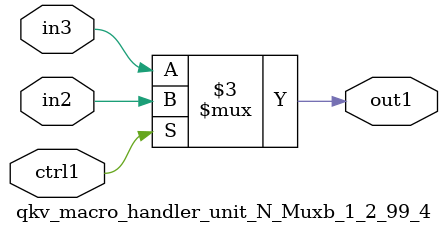
<source format=v>

`timescale 1ps / 1ps


module qkv_macro_handler_unit_N_Muxb_1_2_99_4( in3, in2, ctrl1, out1 );

    input in3;
    input in2;
    input ctrl1;
    output out1;
    reg out1;

    
    // rtl_process:qkv_macro_handler_unit_N_Muxb_1_2_99_4/qkv_macro_handler_unit_N_Muxb_1_2_99_4_thread_1
    always @*
      begin : qkv_macro_handler_unit_N_Muxb_1_2_99_4_thread_1
        case (ctrl1) 
          1'b1: 
            begin
              out1 = in2;
            end
          default: 
            begin
              out1 = in3;
            end
        endcase
      end

endmodule



</source>
